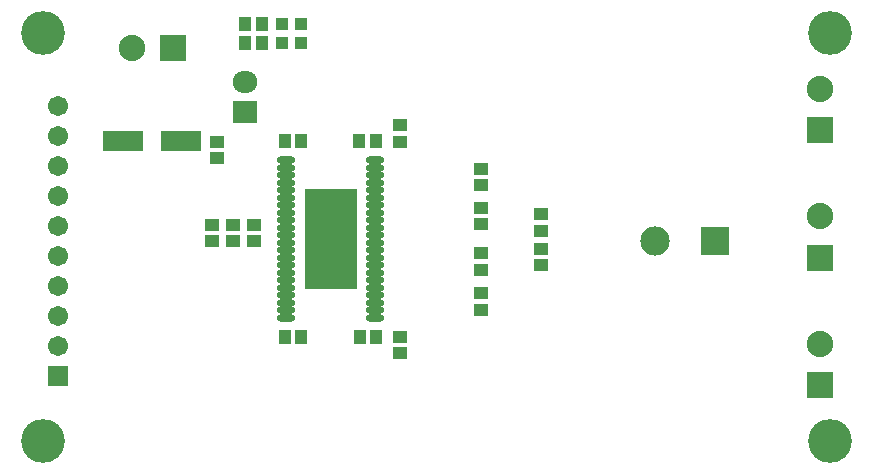
<source format=gts>
G04*
G04 #@! TF.GenerationSoftware,Altium Limited,Altium Designer,20.2.7 (254)*
G04*
G04 Layer_Color=8388736*
%FSLAX24Y24*%
%MOIN*%
G70*
G04*
G04 #@! TF.SameCoordinates,A2DF4F17-84A0-47B6-94FA-DBA5B2F971EF*
G04*
G04*
G04 #@! TF.FilePolarity,Negative*
G04*
G01*
G75*
%ADD24R,0.0454X0.0395*%
%ADD25R,0.0395X0.0454*%
%ADD26R,0.0395X0.0395*%
%ADD27R,0.1320X0.0710*%
%ADD28R,0.1777X0.3332*%
%ADD29O,0.0631X0.0237*%
%ADD30C,0.1460*%
%ADD31C,0.0980*%
%ADD32R,0.0980X0.0980*%
%ADD33C,0.0880*%
%ADD34R,0.0880X0.0880*%
%ADD35O,0.0830X0.0730*%
%ADD36R,0.0830X0.0730*%
%ADD37C,0.0671*%
%ADD38R,0.0671X0.0671*%
%ADD39R,0.0880X0.0880*%
%ADD40C,0.0277*%
D24*
X36000Y26699D02*
D03*
Y27250D02*
D03*
Y28776D02*
D03*
Y28224D02*
D03*
Y25374D02*
D03*
Y25926D02*
D03*
Y30076D02*
D03*
Y29524D02*
D03*
X38000Y27401D02*
D03*
Y26850D02*
D03*
Y28551D02*
D03*
Y28000D02*
D03*
X33300Y23924D02*
D03*
Y24476D02*
D03*
X28450Y27657D02*
D03*
Y28208D02*
D03*
X27750Y28206D02*
D03*
Y27654D02*
D03*
X27050Y28206D02*
D03*
Y27654D02*
D03*
X33300Y30974D02*
D03*
Y31526D02*
D03*
X27200Y30976D02*
D03*
Y30424D02*
D03*
D25*
X29474Y24450D02*
D03*
X30026D02*
D03*
X28149Y34900D02*
D03*
X28700D02*
D03*
X28149Y34250D02*
D03*
X28700D02*
D03*
X32500Y31000D02*
D03*
X31949D02*
D03*
X29474D02*
D03*
X30026D02*
D03*
X32526Y24450D02*
D03*
X31974D02*
D03*
D26*
X30015Y34900D02*
D03*
X29385D02*
D03*
X30015Y34250D02*
D03*
X29385D02*
D03*
D27*
X26000Y31000D02*
D03*
X24071D02*
D03*
D28*
X30996Y27725D02*
D03*
D29*
X32492Y25100D02*
D03*
Y25350D02*
D03*
Y25600D02*
D03*
Y25850D02*
D03*
Y26100D02*
D03*
Y26350D02*
D03*
Y26600D02*
D03*
Y26850D02*
D03*
Y27100D02*
D03*
Y27350D02*
D03*
Y27600D02*
D03*
Y27850D02*
D03*
Y28100D02*
D03*
Y28350D02*
D03*
Y28600D02*
D03*
Y28850D02*
D03*
Y29100D02*
D03*
Y29350D02*
D03*
Y29600D02*
D03*
Y29850D02*
D03*
Y30100D02*
D03*
Y30350D02*
D03*
X29500Y25100D02*
D03*
Y25350D02*
D03*
Y25600D02*
D03*
Y25850D02*
D03*
Y26100D02*
D03*
Y26350D02*
D03*
Y26600D02*
D03*
Y26850D02*
D03*
Y27100D02*
D03*
Y27350D02*
D03*
Y27600D02*
D03*
Y27850D02*
D03*
Y28100D02*
D03*
Y28350D02*
D03*
Y28600D02*
D03*
Y28850D02*
D03*
Y29100D02*
D03*
Y29350D02*
D03*
Y29600D02*
D03*
Y29850D02*
D03*
Y30100D02*
D03*
Y30350D02*
D03*
D30*
X21400Y21000D02*
D03*
X47650D02*
D03*
Y34600D02*
D03*
X21400D02*
D03*
D31*
X41800Y27650D02*
D03*
D32*
X43800D02*
D03*
D33*
X24372Y34100D02*
D03*
X47300Y28478D02*
D03*
Y24228D02*
D03*
Y32728D02*
D03*
D34*
X25750Y34100D02*
D03*
D35*
X28150Y32960D02*
D03*
D36*
Y31950D02*
D03*
D37*
X21900Y32150D02*
D03*
Y31150D02*
D03*
Y30150D02*
D03*
Y28150D02*
D03*
Y26150D02*
D03*
Y24150D02*
D03*
Y25150D02*
D03*
Y27150D02*
D03*
Y29150D02*
D03*
D38*
Y23150D02*
D03*
D39*
X47300Y27100D02*
D03*
Y22850D02*
D03*
Y31350D02*
D03*
D40*
X31646Y26426D02*
D03*
X31213D02*
D03*
X30780D02*
D03*
X30346D02*
D03*
X31646Y26859D02*
D03*
X31213D02*
D03*
X30780D02*
D03*
X30346D02*
D03*
X31646Y27292D02*
D03*
X31213D02*
D03*
X30780D02*
D03*
X30346D02*
D03*
X31646Y27725D02*
D03*
X31213D02*
D03*
X30780D02*
D03*
X30346D02*
D03*
X31646Y28158D02*
D03*
X31213D02*
D03*
X30780D02*
D03*
X30346D02*
D03*
X31646Y28591D02*
D03*
X31213D02*
D03*
X30780D02*
D03*
X30346D02*
D03*
X31646Y29024D02*
D03*
X31213D02*
D03*
X30780D02*
D03*
X30346D02*
D03*
M02*

</source>
